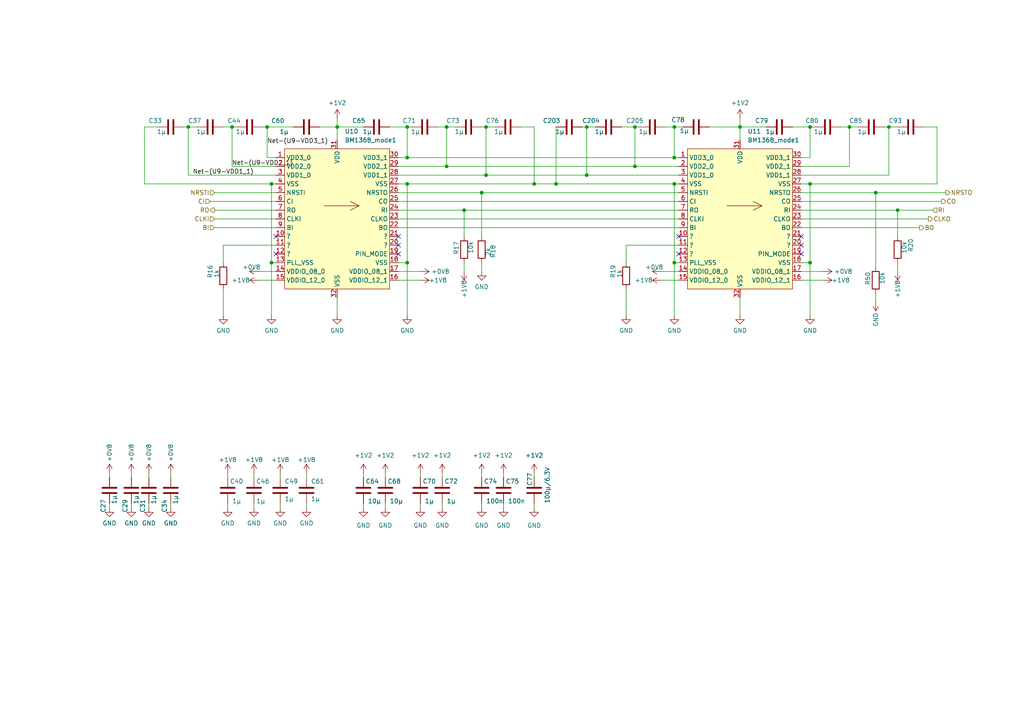
<source format=kicad_sch>
(kicad_sch (version 20231120) (generator "eeschema") (generator_version "8.0")
  (paper "A4")
  (lib_symbols
    (symbol "Device:C" (pin_numbers hide) (pin_names (offset 0.254))
      (property "Reference" "C" (at 0.635 2.54 0))
      (property "Value" "C" (at 0.635 -2.54 0))
      (symbol "C_0_1"
        (polyline (pts (xy -2.032 -0.762) (xy 2.032 -0.762)) (stroke (width 0.508)))
        (polyline (pts (xy -2.032 0.762) (xy 2.032 0.762)) (stroke (width 0.508)))
      )
      (symbol "C_1_1"
        (pin passive line (at 0 3.81 270) (length 2.794) (name "~") (number "1"))
        (pin passive line (at 0 -3.81 90) (length 2.794) (name "~") (number "2"))
      )
    )
    (symbol "Device:R" (pin_numbers hide) (pin_names (offset 0))
      (property "Reference" "R" (at 2.032 0 90))
      (property "Value" "R" (at 0 0 90))
      (symbol "R_0_1"
        (rectangle (start -1.016 -2.54) (end 1.016 2.54) (stroke (width 0.254)))
      )
      (symbol "R_1_1"
        (pin passive line (at 0 3.81 270) (length 1.27) (name "~") (number "1"))
        (pin passive line (at 0 -3.81 90) (length 1.27) (name "~") (number "2"))
      )
    )
    (symbol "GND_7" (power) (pin_names (offset 0))
      (property "Value" "GND_7" (at 0 -3.81 0))
      (symbol "GND_7_0_1"
        (polyline (pts (xy 0 0) (xy 0 -1.27) (xy 1.27 -1.27) (xy 0 -2.54) (xy -1.27 -1.27) (xy 0 -1.27)))
      )
      (symbol "GND_7_1_1"
        (pin power_in line (at 0 0 270) (length 0) hide (name "GND") (number "1"))
      )
    )
    (symbol "mylib7:+0V8" (power) (exclude_from_sim yes) (in_bom no) (on_board no)
      (property "Value" "+0V8" (at 0 3.175 90))
      (symbol "+0V8_0_1"
        (polyline (pts (xy -0.762 1.27) (xy 0 2.54)))
        (polyline (pts (xy 0 0) (xy 0 2.54)))
        (polyline (pts (xy 0 2.54) (xy 0.762 1.27)))
      )
      (symbol "+0V8_1_1"
        (pin power_in line (at 0 0 90) (length 0) hide (name "+0V8") (number "1"))
      )
    )
    (symbol "mylib7:BM1368_mode1"
      (property "Reference" "U4" (at -15.24 21.59 0))
      (property "Value" "BM1368_mode1" (at 1.905 21.59 0))
      (symbol "BM1368_mode1_0_1"
        (rectangle (start -15.24 20.32) (end 15.24 -20.32) (fill (type background)))
        (polyline (pts (xy -3.81 3.81) (xy 6.35 3.81)))
        (polyline (pts (xy 3.81 2.54) (xy 6.35 3.81)))
        (polyline (pts (xy 3.81 5.08) (xy 6.35 3.81)))
      )
      (symbol "BM1368_mode1_1_1"
        (pin power_in line (at -17.78 17.78 0) (length 2.54) (name "VDD3_0") (number "1"))
        (pin unspecified line (at -17.78 -5.08 0) (length 2.54) (name "?") (number "10"))
        (pin unspecified line (at -17.78 -7.62 0) (length 2.54) (name "?") (number "11"))
        (pin unspecified line (at -17.78 -10.16 0) (length 2.54) (name "?") (number "12"))
        (pin power_in line (at -17.78 -12.7 0) (length 2.54) (name "PLL_VSS") (number "13"))
        (pin power_in line (at -17.78 -15.24 0) (length 2.54) (name "VDDIO_08_0") (number "14"))
        (pin power_in line (at -17.78 -17.78 0) (length 2.54) (name "VDDIO_12_0") (number "15"))
        (pin power_in line (at 17.78 -17.78 180) (length 2.54) (name "VDDIO_12_1") (number "16"))
        (pin power_in line (at 17.78 -15.24 180) (length 2.54) (name "VDDIO_08_1") (number "17"))
        (pin power_in line (at 17.78 -12.7 180) (length 2.54) (name "VSS") (number "18"))
        (pin input line (at 17.78 -10.16 180) (length 2.54) (name "PIN_MODE") (number "19"))
        (pin power_in line (at -17.78 15.24 0) (length 2.54) (name "VDD2_0") (number "2"))
        (pin unspecified line (at 17.78 -7.62 180) (length 2.54) (name "?") (number "20"))
        (pin unspecified line (at 17.78 -5.08 180) (length 2.54) (name "?") (number "21"))
        (pin output line (at 17.78 -2.54 180) (length 2.54) (name "BO") (number "22"))
        (pin output line (at 17.78 0 180) (length 2.54) (name "CLKO") (number "23"))
        (pin input line (at 17.78 2.54 180) (length 2.54) (name "RI") (number "24"))
        (pin output line (at 17.78 5.08 180) (length 2.54) (name "CO") (number "25"))
        (pin output line (at 17.78 7.62 180) (length 2.54) (name "NRSTO") (number "26"))
        (pin power_in line (at 17.78 10.16 180) (length 2.54) (name "VSS") (number "27"))
        (pin power_in line (at 17.78 12.7 180) (length 2.54) (name "VDD1_1") (number "28"))
        (pin power_in line (at 17.78 15.24 180) (length 2.54) (name "VDD2_1") (number "29"))
        (pin power_in line (at -17.78 12.7 0) (length 2.54) (name "VDD1_0") (number "3"))
        (pin power_in line (at 17.78 17.78 180) (length 2.54) (name "VDD3_1") (number "30"))
        (pin power_in line (at 0 22.86 270) (length 2.54) (name "VDD") (number "31"))
        (pin power_in line (at 0 -22.86 90) (length 2.54) (name "VSS") (number "32"))
        (pin power_in line (at -17.78 10.16 0) (length 2.54) (name "VSS") (number "4"))
        (pin input line (at -17.78 7.62 0) (length 2.54) (name "NRSTI") (number "5"))
        (pin input line (at -17.78 5.08 0) (length 2.54) (name "CI") (number "6"))
        (pin output line (at -17.78 2.54 0) (length 2.54) (name "RO") (number "7"))
        (pin input line (at -17.78 0 0) (length 2.54) (name "CLKI") (number "8"))
        (pin input line (at -17.78 -2.54 0) (length 2.54) (name "BI") (number "9"))
      )
    )
    (symbol "power:+1V2" (power) (pin_names (offset 0))
      (property "Value" "+1V2" (at 0 3.556 0))
      (symbol "+1V2_0_1"
        (polyline (pts (xy -0.762 1.27) (xy 0 2.54)))
        (polyline (pts (xy 0 0) (xy 0 2.54)))
        (polyline (pts (xy 0 2.54) (xy 0.762 1.27)))
      )
      (symbol "+1V2_1_1"
        (pin power_in line (at 0 0 90) (length 0) hide (name "+1V2") (number "1"))
      )
    )
    (symbol "power:+1V8" (power) (pin_names (offset 0))
      (property "Value" "+1V8" (at 0 3.556 0))
      (symbol "+1V8_0_1"
        (polyline (pts (xy -0.762 1.27) (xy 0 2.54)))
        (polyline (pts (xy 0 0) (xy 0 2.54)))
        (polyline (pts (xy 0 2.54) (xy 0.762 1.27)))
      )
      (symbol "+1V8_1_1"
        (pin power_in line (at 0 0 90) (length 0) hide (name "+1V8") (number "1"))
      )
    )
    (symbol "power:GND" (power) (pin_names (offset 0))
      (property "Value" "GND" (at 0 -3.81 0))
      (symbol "GND_0_1"
        (polyline (pts (xy 0 0) (xy 0 -1.27) (xy 1.27 -1.27) (xy 0 -2.54) (xy -1.27 -1.27) (xy 0 -1.27)))
      )
      (symbol "GND_1_1"
        (pin power_in line (at 0 0 270) (length 0) hide (name "GND") (number "1"))
      )
    )
  )
  (junction (at 118.11 45.72))
  (junction (at 184.15 36.83))
  (junction (at 67.31 36.83))
  (junction (at 118.11 36.83))
  (junction (at 246.38 36.83))
  (junction (at 257.81 36.83))
  (junction (at 78.74 76.2))
  (junction (at 140.97 50.8))
  (junction (at 154.94 53.34))
  (junction (at 195.58 36.83))
  (junction (at 170.18 50.8))
  (junction (at 170.18 36.83))
  (junction (at 139.7 55.88))
  (junction (at 134.62 60.96))
  (junction (at 234.95 53.34))
  (junction (at 234.95 76.2))
  (junction (at 97.79 36.83))
  (junction (at 254 55.88))
  (junction (at 195.58 45.72))
  (junction (at 129.54 36.83))
  (junction (at 184.15 48.26))
  (junction (at 118.11 53.34))
  (junction (at 214.63 36.83))
  (junction (at 77.47 36.83))
  (junction (at 78.74 53.34))
  (junction (at 195.58 76.2))
  (junction (at 118.11 76.2))
  (junction (at 140.97 36.83))
  (junction (at 260.35 60.96))
  (junction (at 234.95 36.83))
  (junction (at 129.54 48.26))
  (junction (at 54.61 36.83))
  (junction (at 161.29 53.34))
  (junction (at 195.58 53.34))
  (no_connect (at 196.85 68.58))
  (no_connect (at 115.57 68.58))
  (no_connect (at 115.57 73.66))
  (no_connect (at 196.85 73.66))
  (no_connect (at 232.41 73.66))
  (no_connect (at 115.57 71.12))
  (no_connect (at 232.41 71.12))
  (no_connect (at 80.01 68.58))
  (no_connect (at 80.01 73.66))
  (no_connect (at 232.41 68.58))
  (wire (pts (xy 115.57 50.8) (xy 140.97 50.8)))
  (wire (pts (xy 139.7 146.05) (xy 139.7 147.32)))
  (wire (pts (xy 260.35 60.96) (xy 260.35 68.58)))
  (wire (pts (xy 271.78 53.34) (xy 271.78 36.83)))
  (wire (pts (xy 196.85 53.34) (xy 195.58 53.34)))
  (wire (pts (xy 170.18 50.8) (xy 196.85 50.8)))
  (wire (pts (xy 154.94 36.83) (xy 151.13 36.83)))
  (wire (pts (xy 234.95 53.34) (xy 234.95 76.2)))
  (wire (pts (xy 246.38 48.26) (xy 246.38 36.83)))
  (wire (pts (xy 74.93 81.28) (xy 80.01 81.28)))
  (wire (pts (xy 234.95 53.34) (xy 271.78 53.34)))
  (wire (pts (xy 170.18 36.83) (xy 170.18 50.8)))
  (wire (pts (xy 181.61 71.12) (xy 196.85 71.12)))
  (wire (pts (xy 214.63 34.29) (xy 214.63 36.83)))
  (wire (pts (xy 88.9 146.05) (xy 88.9 147.32)))
  (wire (pts (xy 121.92 146.05) (xy 121.92 147.32)))
  (wire (pts (xy 234.95 36.83) (xy 236.22 36.83)))
  (wire (pts (xy 191.77 81.28) (xy 196.85 81.28)))
  (wire (pts (xy 260.35 76.2) (xy 260.35 78.74)))
  (wire (pts (xy 232.41 53.34) (xy 234.95 53.34)))
  (wire (pts (xy 134.62 60.96) (xy 196.85 60.96)))
  (wire (pts (xy 254 55.88) (xy 254 77.47)))
  (wire (pts (xy 97.79 34.29) (xy 97.79 36.83)))
  (wire (pts (xy 198.12 36.83) (xy 195.58 36.83)))
  (wire (pts (xy 181.61 83.82) (xy 181.61 91.44)))
  (wire (pts (xy 195.58 76.2) (xy 195.58 91.44)))
  (wire (pts (xy 88.9 138.43) (xy 88.9 137.16)))
  (wire (pts (xy 97.79 86.36) (xy 97.79 91.44)))
  (wire (pts (xy 161.29 53.34) (xy 195.58 53.34)))
  (wire (pts (xy 154.94 53.34) (xy 154.94 36.83)))
  (wire (pts (xy 139.7 36.83) (xy 140.97 36.83)))
  (wire (pts (xy 118.11 53.34) (xy 154.94 53.34)))
  (wire (pts (xy 154.94 53.34) (xy 161.29 53.34)))
  (wire (pts (xy 118.11 76.2) (xy 118.11 91.44)))
  (wire (pts (xy 43.18 137.16) (xy 43.18 138.43)))
  (wire (pts (xy 78.74 76.2) (xy 78.74 91.44)))
  (wire (pts (xy 77.47 36.83) (xy 85.09 36.83)))
  (wire (pts (xy 78.74 53.34) (xy 78.74 76.2)))
  (wire (pts (xy 78.74 53.34) (xy 41.91 53.34)))
  (wire (pts (xy 128.27 146.05) (xy 128.27 147.32)))
  (wire (pts (xy 49.53 137.16) (xy 49.53 138.43)))
  (wire (pts (xy 64.77 71.12) (xy 64.77 76.2)))
  (wire (pts (xy 67.31 36.83) (xy 68.58 36.83)))
  (wire (pts (xy 115.57 66.04) (xy 196.85 66.04)))
  (wire (pts (xy 128.27 137.16) (xy 128.27 138.43)))
  (wire (pts (xy 73.66 137.16) (xy 73.66 138.43)))
  (wire (pts (xy 134.62 60.96) (xy 134.62 68.58)))
  (wire (pts (xy 191.77 78.74) (xy 196.85 78.74)))
  (wire (pts (xy 97.79 36.83) (xy 97.79 40.64)))
  (wire (pts (xy 271.78 36.83) (xy 267.97 36.83)))
  (wire (pts (xy 113.03 36.83) (xy 118.11 36.83)))
  (wire (pts (xy 115.57 45.72) (xy 118.11 45.72)))
  (wire (pts (xy 234.95 45.72) (xy 234.95 36.83)))
  (wire (pts (xy 31.75 137.16) (xy 31.75 138.43)))
  (wire (pts (xy 41.91 53.34) (xy 41.91 36.83)))
  (wire (pts (xy 111.76 146.05) (xy 111.76 147.32)))
  (wire (pts (xy 154.94 137.16) (xy 154.94 138.43)))
  (wire (pts (xy 140.97 50.8) (xy 170.18 50.8)))
  (wire (pts (xy 81.28 138.43) (xy 81.28 137.16)))
  (wire (pts (xy 129.54 48.26) (xy 129.54 36.83)))
  (wire (pts (xy 54.61 36.83) (xy 57.15 36.83)))
  (wire (pts (xy 115.57 78.74) (xy 121.92 78.74)))
  (wire (pts (xy 232.41 76.2) (xy 234.95 76.2)))
  (wire (pts (xy 31.75 146.05) (xy 31.75 147.32)))
  (wire (pts (xy 184.15 36.83) (xy 184.15 48.26)))
  (wire (pts (xy 129.54 48.26) (xy 184.15 48.26)))
  (wire (pts (xy 64.77 71.12) (xy 80.01 71.12)))
  (wire (pts (xy 254 55.88) (xy 274.32 55.88)))
  (wire (pts (xy 269.24 63.5) (xy 232.41 63.5)))
  (wire (pts (xy 38.1 146.05) (xy 38.1 147.32)))
  (wire (pts (xy 115.57 53.34) (xy 118.11 53.34)))
  (wire (pts (xy 54.61 50.8) (xy 54.61 36.83)))
  (wire (pts (xy 115.57 81.28) (xy 121.92 81.28)))
  (wire (pts (xy 38.1 137.16) (xy 38.1 138.43)))
  (wire (pts (xy 257.81 36.83) (xy 260.35 36.83)))
  (wire (pts (xy 181.61 71.12) (xy 181.61 76.2)))
  (wire (pts (xy 161.29 36.83) (xy 161.29 53.34)))
  (wire (pts (xy 77.47 45.72) (xy 80.01 45.72)))
  (wire (pts (xy 195.58 76.2) (xy 196.85 76.2)))
  (wire (pts (xy 256.54 36.83) (xy 257.81 36.83)))
  (wire (pts (xy 232.41 81.28) (xy 238.76 81.28)))
  (wire (pts (xy 180.34 36.83) (xy 184.15 36.83)))
  (wire (pts (xy 232.41 66.04) (xy 266.7 66.04)))
  (wire (pts (xy 146.05 137.16) (xy 146.05 138.43)))
  (wire (pts (xy 64.77 83.82) (xy 64.77 91.44)))
  (wire (pts (xy 214.63 36.83) (xy 222.25 36.83)))
  (wire (pts (xy 62.23 63.5) (xy 80.01 63.5)))
  (wire (pts (xy 195.58 45.72) (xy 196.85 45.72)))
  (wire (pts (xy 140.97 36.83) (xy 143.51 36.83)))
  (wire (pts (xy 41.91 36.83) (xy 45.72 36.83)))
  (wire (pts (xy 195.58 53.34) (xy 195.58 76.2)))
  (wire (pts (xy 115.57 58.42) (xy 196.85 58.42)))
  (wire (pts (xy 127 36.83) (xy 129.54 36.83)))
  (wire (pts (xy 232.41 48.26) (xy 246.38 48.26)))
  (wire (pts (xy 67.31 48.26) (xy 67.31 36.83)))
  (wire (pts (xy 115.57 48.26) (xy 129.54 48.26)))
  (wire (pts (xy 168.91 36.83) (xy 170.18 36.83)))
  (wire (pts (xy 115.57 60.96) (xy 134.62 60.96)))
  (wire (pts (xy 139.7 76.2) (xy 139.7 78.74)))
  (wire (pts (xy 74.93 78.74) (xy 80.01 78.74)))
  (wire (pts (xy 43.18 146.05) (xy 43.18 147.32)))
  (wire (pts (xy 232.41 45.72) (xy 234.95 45.72)))
  (wire (pts (xy 205.74 36.83) (xy 214.63 36.83)))
  (wire (pts (xy 111.76 137.16) (xy 111.76 138.43)))
  (wire (pts (xy 62.23 66.04) (xy 80.01 66.04)))
  (wire (pts (xy 118.11 36.83) (xy 119.38 36.83)))
  (wire (pts (xy 64.77 36.83) (xy 67.31 36.83)))
  (wire (pts (xy 118.11 45.72) (xy 195.58 45.72)))
  (wire (pts (xy 214.63 86.36) (xy 214.63 91.44)))
  (wire (pts (xy 195.58 36.83) (xy 195.58 45.72)))
  (wire (pts (xy 254 85.09) (xy 254 87.63)))
  (wire (pts (xy 170.18 36.83) (xy 172.72 36.83)))
  (wire (pts (xy 105.41 137.16) (xy 105.41 138.43)))
  (wire (pts (xy 67.31 48.26) (xy 80.01 48.26)))
  (wire (pts (xy 232.41 78.74) (xy 238.76 78.74)))
  (wire (pts (xy 92.71 36.83) (xy 97.79 36.83)))
  (wire (pts (xy 115.57 63.5) (xy 196.85 63.5)))
  (wire (pts (xy 62.23 60.96) (xy 80.01 60.96)))
  (wire (pts (xy 105.41 146.05) (xy 105.41 147.32)))
  (wire (pts (xy 140.97 50.8) (xy 140.97 36.83)))
  (wire (pts (xy 229.87 36.83) (xy 234.95 36.83)))
  (wire (pts (xy 73.66 146.05) (xy 73.66 147.32)))
  (wire (pts (xy 243.84 36.83) (xy 246.38 36.83)))
  (wire (pts (xy 134.62 76.2) (xy 134.62 78.74)))
  (wire (pts (xy 139.7 55.88) (xy 196.85 55.88)))
  (wire (pts (xy 234.95 76.2) (xy 234.95 91.44)))
  (wire (pts (xy 129.54 36.83) (xy 132.08 36.83)))
  (wire (pts (xy 53.34 36.83) (xy 54.61 36.83)))
  (wire (pts (xy 49.53 146.05) (xy 49.53 147.32)))
  (wire (pts (xy 214.63 36.83) (xy 214.63 40.64)))
  (wire (pts (xy 139.7 55.88) (xy 139.7 68.58)))
  (wire (pts (xy 78.74 76.2) (xy 80.01 76.2)))
  (wire (pts (xy 118.11 45.72) (xy 118.11 36.83)))
  (wire (pts (xy 232.41 60.96) (xy 260.35 60.96)))
  (wire (pts (xy 54.61 50.8) (xy 80.01 50.8)))
  (wire (pts (xy 273.05 58.42) (xy 232.41 58.42)))
  (wire (pts (xy 66.04 146.05) (xy 66.04 147.32)))
  (wire (pts (xy 115.57 55.88) (xy 139.7 55.88)))
  (wire (pts (xy 184.15 36.83) (xy 185.42 36.83)))
  (wire (pts (xy 81.28 146.05) (xy 81.28 147.32)))
  (wire (pts (xy 257.81 50.8) (xy 257.81 36.83)))
  (wire (pts (xy 232.41 55.88) (xy 254 55.88)))
  (wire (pts (xy 60.96 58.42) (xy 80.01 58.42)))
  (wire (pts (xy 139.7 137.16) (xy 139.7 138.43)))
  (wire (pts (xy 76.2 36.83) (xy 77.47 36.83)))
  (wire (pts (xy 115.57 76.2) (xy 118.11 76.2)))
  (wire (pts (xy 193.04 36.83) (xy 195.58 36.83)))
  (wire (pts (xy 121.92 137.16) (xy 121.92 138.43)))
  (wire (pts (xy 146.05 146.05) (xy 146.05 147.32)))
  (wire (pts (xy 232.41 50.8) (xy 257.81 50.8)))
  (wire (pts (xy 118.11 53.34) (xy 118.11 76.2)))
  (wire (pts (xy 184.15 48.26) (xy 196.85 48.26)))
  (wire (pts (xy 246.38 36.83) (xy 248.92 36.83)))
  (wire (pts (xy 260.35 60.96) (xy 270.51 60.96)))
  (wire (pts (xy 97.79 36.83) (xy 105.41 36.83)))
  (wire (pts (xy 66.04 137.16) (xy 66.04 138.43)))
  (wire (pts (xy 77.47 36.83) (xy 77.47 45.72)))
  (wire (pts (xy 80.01 53.34) (xy 78.74 53.34)))
  (wire (pts (xy 62.23 55.88) (xy 80.01 55.88)))
  (wire (pts (xy 154.94 146.05) (xy 154.94 147.32)))
  (label "Net-(U9-VDD3_1)" (at 77.47 41.91 0))
  (label "Net-(U9-VDD2_1)" (at 67.31 48.26 0))
  (label "Net-(U9-VDD1_1)" (at 55.88 50.8 0))
  (hierarchical_label "NRSTO" (shape output) (at 274.32 55.88 0))
  (hierarchical_label "RI" (shape input) (at 270.51 60.96 0))
  (hierarchical_label "BI" (shape input) (at 62.23 66.04 180))
  (hierarchical_label "CLKO" (shape output) (at 269.24 63.5 0))
  (hierarchical_label "CI" (shape input) (at 60.96 58.42 180))
  (hierarchical_label "BO" (shape output) (at 266.7 66.04 0))
  (hierarchical_label "CO" (shape output) (at 273.05 58.42 0))
  (hierarchical_label "RO" (shape output) (at 62.23 60.96 180))
  (hierarchical_label "NRSTI" (shape input) (at 62.23 55.88 180))
  (hierarchical_label "CLKI" (shape input) (at 62.23 63.5 180))
  (symbol (lib_id "power:+1V2") (at 139.7 137.16 0) (unit 1)
    (property "Reference" "#PWR0129" (effects (hide yes)))
    (property "Value" "+1V2" (at 139.7 132.08 0))
  )
  (symbol (lib_id "Device:C") (at 123.19 36.83 90) (unit 1)
    (property "Reference" "C71" (at 120.65 34.29 90) (effects (justify left bottom)))
    (property "Value" "1µ" (at 121.92 37.465 90) (effects (justify left bottom)))
    (property "Footprint" "Capacitor_SMD:C_0805_2012Metric" (effects (hide yes)))
  )
  (symbol (lib_id "power:GND") (at 64.77 91.44 0) (mirror y) (unit 1)
    (property "Reference" "#PWR065" (effects (hide yes)))
    (property "Value" "GND" (at 64.77 95.885 0))
  )
  (symbol (lib_id "Device:C") (at 121.92 142.24 0) (unit 1)
    (property "Reference" "C70" (at 122.555 140.335 0) (effects (justify left bottom)))
    (property "Value" "1µ" (at 123.19 146.05 0) (effects (justify left bottom)))
    (property "Footprint" "Capacitor_SMD:C_0805_2012Metric" (effects (hide yes)))
  )
  (symbol (lib_id "power:+1V8") (at 88.9 137.16 0) (unit 1)
    (property "Reference" "#PWR080" (effects (hide yes)))
    (property "Value" "+1V8" (at 88.9 133.35 0))
  )
  (symbol (lib_id "power:+1V8") (at 81.28 137.16 0) (unit 1)
    (property "Reference" "#PWR078" (effects (hide yes)))
    (property "Value" "+1V8" (at 81.28 133.35 0))
  )
  (symbol (lib_id "Device:C") (at 165.1 36.83 90) (unit 1)
    (property "Reference" "C203" (at 162.56 34.29 90) (effects (justify left bottom)))
    (property "Value" "1µ" (at 163.83 37.465 90) (effects (justify left bottom)))
    (property "Footprint" "Capacitor_SMD:C_0805_2012Metric" (effects (hide yes)))
  )
  (symbol (lib_id "Device:C") (at 264.16 36.83 90) (unit 1)
    (property "Reference" "C93" (at 261.62 34.29 90) (effects (justify left bottom)))
    (property "Value" "1µ" (at 262.89 37.465 90) (effects (justify left bottom)))
    (property "Footprint" "Capacitor_SMD:C_0805_2012Metric" (effects (hide yes)))
  )
  (symbol (lib_id "power:GND") (at 139.7 78.74 0) (mirror y) (unit 1)
    (property "Reference" "#PWR0128" (effects (hide yes)))
    (property "Value" "GND" (at 139.7 83.185 0))
  )
  (symbol (lib_id "power:+1V8") (at 134.62 78.74 180) (unit 1)
    (property "Reference" "#PWR0127" (effects (hide yes)))
    (property "Value" "+1V8" (at 134.62 83.82 90))
  )
  (symbol (lib_id "Device:C") (at 66.04 142.24 0) (unit 1)
    (property "Reference" "C40" (at 66.675 140.335 0) (effects (justify left bottom)))
    (property "Value" "1µ" (at 67.31 146.05 0) (effects (justify left bottom)))
    (property "Footprint" "Capacitor_SMD:C_0805_2012Metric" (effects (hide yes)))
  )
  (symbol (lib_id "power:+1V8") (at 73.66 137.16 0) (unit 1)
    (property "Reference" "#PWR069" (effects (hide yes)))
    (property "Value" "+1V8" (at 73.66 133.35 0))
  )
  (symbol (lib_id "mylib7:+0V8") (at 38.1 137.16 0) (unit 1)
    (property "Reference" "#U07" (effects (hide yes)))
    (property "Value" "+0V8" (at 38.1 133.985 90) (effects (justify left)))
    (property "Distributor" "-" (effects (hide yes)))
  )
  (symbol (lib_id "Device:C") (at 88.9 142.24 0) (unit 1)
    (property "Reference" "C61" (at 90.17 140.335 0) (effects (justify left bottom)))
    (property "Value" "1µ" (at 90.17 145.415 0) (effects (justify left bottom)))
    (property "Footprint" "Capacitor_SMD:C_0805_2012Metric" (effects (hide yes)))
  )
  (symbol (lib_id "power:+1V2") (at 214.63 34.29 0) (unit 1)
    (property "Reference" "#PWR0138" (effects (hide yes)))
    (property "Value" "+1V2" (at 214.63 29.845 0))
  )
  (symbol (lib_id "power:+1V2") (at 128.27 137.16 0) (unit 1)
    (property "Reference" "#PWR0116" (effects (hide yes)))
    (property "Value" "+1V2" (at 128.27 132.08 0))
  )
  (symbol (lib_id "Device:C") (at 109.22 36.83 90) (unit 1)
    (property "Reference" "C65" (at 106.045 34.29 90) (effects (justify left bottom)))
    (property "Value" "1µ" (at 107.95 37.465 90) (effects (justify left bottom)))
    (property "Footprint" "Capacitor_SMD:C_0805_2012Metric" (effects (hide yes)))
  )
  (symbol (lib_id "power:+1V8") (at 121.92 81.28 270) (unit 1)
    (property "Reference" "#PWR0113" (effects (hide yes)))
    (property "Value" "+1V8" (at 127 81.28 90))
  )
  (symbol (lib_id "power:GND") (at 195.58 91.44 0) (mirror y) (unit 1)
    (property "Reference" "#PWR0137" (effects (hide yes)))
    (property "Value" "GND" (at 195.58 95.885 0))
  )
  (symbol (lib_id "mylib7:BM1368_mode1") (at 214.63 63.5 0) (unit 1)
    (property "Reference" "U11" (at 216.8241 38.1 0) (effects (justify left)))
    (property "Value" "BM1368_mode1" (at 216.8241 40.64 0) (effects (justify left)))
    (property "Footprint" "myfootprints:bm1368-package-modified" (effects (hide yes)))
    (property "Distributor" "X" (effects (hide yes)))
  )
  (symbol (lib_id "Device:R") (at 260.35 72.39 0) (unit 1)
    (property "Reference" "R20" (at 264.16 71.12 90))
    (property "Value" "10k" (at 262.255 71.755 90))
    (property "Footprint" "Resistor_SMD:R_0805_2012Metric" (effects (hide yes)))
  )
  (symbol (lib_name "GND_7") (lib_id "power:GND") (at 121.92 147.32 0) (unit 1)
    (property "Reference" "#PWR0115" (effects (hide yes)))
    (property "Value" "GND" (at 121.92 152.4 0))
  )
  (symbol (lib_id "power:GND") (at 78.74 91.44 0) (mirror y) (unit 1)
    (property "Reference" "#PWR074" (effects (hide yes)))
    (property "Value" "GND" (at 78.74 95.885 0))
  )
  (symbol (lib_id "Device:C") (at 240.03 36.83 90) (unit 1)
    (property "Reference" "C80" (at 237.49 34.29 90) (effects (justify left bottom)))
    (property "Value" "1µ" (at 238.76 37.465 90) (effects (justify left bottom)))
    (property "Footprint" "Capacitor_SMD:C_0805_2012Metric" (effects (hide yes)))
  )
  (symbol (lib_id "mylib7:+0V8") (at 74.93 78.74 90) (unit 1)
    (property "Reference" "#U014" (effects (hide yes)))
    (property "Value" "+0V8" (at 75.565 77.47 90) (effects (justify left)))
    (property "Distributor" "-" (effects (hide yes)))
  )
  (symbol (lib_id "power:+1V8") (at 74.93 81.28 90) (unit 1)
    (property "Reference" "#PWR071" (effects (hide yes)))
    (property "Value" "+1V8" (at 69.85 81.28 90))
  )
  (symbol (lib_id "power:+1V2") (at 105.41 137.16 0) (unit 1)
    (property "Reference" "#PWR0104" (effects (hide yes)))
    (property "Value" "+1V2" (at 105.41 132.08 0))
  )
  (symbol (lib_id "power:GND") (at 43.18 147.32 0) (mirror y) (unit 1)
    (property "Reference" "#PWR062" (effects (hide yes)))
    (property "Value" "GND" (at 43.18 151.765 0))
  )
  (symbol (lib_id "Device:C") (at 73.66 142.24 0) (unit 1)
    (property "Reference" "C46" (at 74.295 140.335 0) (effects (justify left bottom)))
    (property "Value" "1µ" (at 74.295 146.05 0) (effects (justify left bottom)))
    (property "Footprint" "Capacitor_SMD:C_0805_2012Metric" (effects (hide yes)))
  )
  (symbol (lib_id "power:+1V2") (at 121.92 137.16 0) (unit 1)
    (property "Reference" "#PWR0114" (effects (hide yes)))
    (property "Value" "+1V2" (at 121.92 132.08 0))
  )
  (symbol (lib_id "power:GND") (at 73.66 147.32 0) (mirror y) (unit 1)
    (property "Reference" "#PWR070" (effects (hide yes)))
    (property "Value" "GND" (at 73.66 151.765 0))
  )
  (symbol (lib_id "power:+1V2") (at 154.94 137.16 0) (unit 1)
    (property "Reference" "#PWR0134" (effects (hide yes)))
    (property "Value" "+1V2" (at 154.94 132.08 0))
  )
  (symbol (lib_id "Device:C") (at 176.53 36.83 90) (unit 1)
    (property "Reference" "C204" (at 173.99 34.29 90) (effects (justify left bottom)))
    (property "Value" "1µ" (at 175.26 37.465 90) (effects (justify left bottom)))
    (property "Footprint" "Capacitor_SMD:C_0805_2012Metric" (effects (hide yes)))
  )
  (symbol (lib_id "power:+1V2") (at 97.79 34.29 0) (unit 1)
    (property "Reference" "#PWR086" (effects (hide yes)))
    (property "Value" "+1V2" (at 97.79 29.845 0))
  )
  (symbol (lib_name "GND_7") (lib_id "power:GND") (at 105.41 147.32 0) (unit 1)
    (property "Reference" "#PWR0105" (effects (hide yes)))
    (property "Value" "GND" (at 105.41 152.4 0))
  )
  (symbol (lib_id "Device:C") (at 135.89 36.83 90) (unit 1)
    (property "Reference" "C73" (at 133.35 34.29 90) (effects (justify left bottom)))
    (property "Value" "1µ" (at 134.62 37.465 90) (effects (justify left bottom)))
    (property "Footprint" "Capacitor_SMD:C_0805_2012Metric" (effects (hide yes)))
  )
  (symbol (lib_name "GND_7") (lib_id "power:GND") (at 146.05 147.32 0) (unit 1)
    (property "Reference" "#PWR0133" (effects (hide yes)))
    (property "Value" "GND" (at 146.05 152.4 0))
  )
  (symbol (lib_id "mylib7:BM1368_mode1") (at 97.79 63.5 0) (unit 1)
    (property "Reference" "U10" (at 99.9841 38.1 0) (effects (justify left)))
    (property "Value" "BM1368_mode1" (at 99.9841 40.64 0) (effects (justify left)))
    (property "Footprint" "myfootprints:bm1368-package-modified" (effects (hide yes)))
    (property "Distributor" "X" (effects (hide yes)))
  )
  (symbol (lib_id "Device:C") (at 189.23 36.83 90) (unit 1)
    (property "Reference" "C205" (at 186.69 34.29 90) (effects (justify left bottom)))
    (property "Value" "1µ" (at 187.96 37.465 90) (effects (justify left bottom)))
    (property "Footprint" "Capacitor_SMD:C_0805_2012Metric" (effects (hide yes)))
  )
  (symbol (lib_id "power:GND") (at 81.28 147.32 0) (mirror y) (unit 1)
    (property "Reference" "#PWR079" (effects (hide yes)))
    (property "Value" "GND" (at 81.28 151.765 0))
  )
  (symbol (lib_id "Device:C") (at 43.18 142.24 180) (unit 1)
    (property "Reference" "C31" (at 40.64 144.78 90) (effects (justify left bottom)))
    (property "Value" "1µ" (at 43.815 143.51 90) (effects (justify left bottom)))
    (property "Footprint" "Capacitor_SMD:C_0805_2012Metric" (effects (hide yes)))
  )
  (symbol (lib_id "Device:C") (at 49.53 36.83 90) (unit 1)
    (property "Reference" "C33" (at 46.99 34.29 90) (effects (justify left bottom)))
    (property "Value" "1µ" (at 48.26 37.465 90) (effects (justify left bottom)))
    (property "Footprint" "Capacitor_SMD:C_0805_2012Metric" (effects (hide yes)))
  )
  (symbol (lib_id "mylib7:+0V8") (at 191.77 78.74 90) (unit 1)
    (property "Reference" "#U016" (effects (hide yes)))
    (property "Value" "+0V8" (at 192.405 77.47 90) (effects (justify left)))
    (property "Distributor" "-" (effects (hide yes)))
  )
  (symbol (lib_id "power:+1V8") (at 260.35 78.74 180) (unit 1)
    (property "Reference" "#PWR0158" (effects (hide yes)))
    (property "Value" "+1V8" (at 260.35 83.82 90))
  )
  (symbol (lib_id "Device:C") (at 111.76 142.24 0) (unit 1)
    (property "Reference" "C68" (at 112.395 140.335 0) (effects (justify left bottom)))
    (property "Value" "10µ" (at 113.03 146.05 0) (effects (justify left bottom)))
    (property "Footprint" "Capacitor_SMD:C_0805_2012Metric" (effects (hide yes)))
    (property "Distributor" "D" (effects (hide yes)))
    (property "Manufacturer" "C2012X5R1E106K125AB" (effects (hide yes)))
    (property "OrderNr" "445-5984-1-ND" (effects (hide yes)))
  )
  (symbol (lib_id "power:+1V8") (at 191.77 81.28 90) (unit 1)
    (property "Reference" "#PWR0136" (effects (hide yes)))
    (property "Value" "+1V8" (at 186.69 81.28 90))
  )
  (symbol (lib_id "mylib7:+0V8") (at 43.18 137.16 0) (unit 1)
    (property "Reference" "#U08" (effects (hide yes)))
    (property "Value" "+0V8" (at 43.18 133.985 90) (effects (justify left)))
    (property "Distributor" "-" (effects (hide yes)))
  )
  (symbol (lib_id "Device:C") (at 201.93 36.83 90) (unit 1)
    (property "Reference" "C78" (at 198.628 34.036 90) (effects (justify left bottom)))
    (property "Value" "1µ" (at 199.898 37.211 90) (effects (justify left bottom)))
    (property "Footprint" "Capacitor_SMD:C_0805_2012Metric" (effects (hide yes)))
  )
  (symbol (lib_id "Device:R") (at 254 81.28 0) (unit 1)
    (property "Reference" "R50" (at 251.714 80.772 90))
    (property "Value" "10k" (at 255.905 80.645 90))
    (property "Footprint" "Resistor_SMD:R_0805_2012Metric" (effects (hide yes)))
  )
  (symbol (lib_id "Device:C") (at 60.96 36.83 90) (unit 1)
    (property "Reference" "C37" (at 58.42 34.29 90) (effects (justify left bottom)))
    (property "Value" "1µ" (at 59.69 37.465 90) (effects (justify left bottom)))
    (property "Footprint" "Capacitor_SMD:C_0805_2012Metric" (effects (hide yes)))
  )
  (symbol (lib_id "Device:C") (at 147.32 36.83 90) (unit 1)
    (property "Reference" "C76" (at 144.78 34.29 90) (effects (justify left bottom)))
    (property "Value" "1µ" (at 146.05 37.465 90) (effects (justify left bottom)))
    (property "Footprint" "Capacitor_SMD:C_0805_2012Metric" (effects (hide yes)))
  )
  (symbol (lib_id "power:GND") (at 31.75 147.32 0) (mirror y) (unit 1)
    (property "Reference" "#PWR057" (effects (hide yes)))
    (property "Value" "GND" (at 31.75 151.765 0))
  )
  (symbol (lib_name "GND_7") (lib_id "power:GND") (at 128.27 147.32 0) (unit 1)
    (property "Reference" "#PWR0126" (effects (hide yes)))
    (property "Value" "GND" (at 128.27 152.4 0))
  )
  (symbol (lib_id "mylib7:+0V8") (at 31.75 137.16 0) (unit 1)
    (property "Reference" "#U06" (effects (hide yes)))
    (property "Value" "+0V8" (at 31.75 133.985 90) (effects (justify left)))
    (property "Distributor" "-" (effects (hide yes)))
  )
  (symbol (lib_id "Device:R") (at 64.77 80.01 0) (mirror y) (unit 1)
    (property "Reference" "R16" (at 60.96 78.74 90))
    (property "Value" "1k" (at 62.865 79.375 90))
    (property "Footprint" "Resistor_SMD:R_0805_2012Metric" (effects (hide yes)))
  )
  (symbol (lib_id "mylib7:+0V8") (at 121.92 78.74 270) (unit 1)
    (property "Reference" "#U015" (effects (hide yes)))
    (property "Value" "+0V8" (at 125.095 78.74 90) (effects (justify left)))
    (property "Distributor" "-" (effects (hide yes)))
  )
  (symbol (lib_id "Device:C") (at 31.75 142.24 180) (unit 1)
    (property "Reference" "C27" (at 29.21 144.78 90) (effects (justify left bottom)))
    (property "Value" "1µ" (at 32.385 143.51 90) (effects (justify left bottom)))
    (property "Footprint" "Capacitor_SMD:C_0805_2012Metric" (effects (hide yes)))
  )
  (symbol (lib_id "Device:C") (at 38.1 142.24 180) (unit 1)
    (property "Reference" "C29" (at 35.56 144.78 90) (effects (justify left bottom)))
    (property "Value" "1µ" (at 38.735 143.51 90) (effects (justify left bottom)))
    (property "Footprint" "Capacitor_SMD:C_0805_2012Metric" (effects (hide yes)))
  )
  (symbol (lib_id "power:GND") (at 118.11 91.44 0) (mirror y) (unit 1)
    (property "Reference" "#PWR0112" (effects (hide yes)))
    (property "Value" "GND" (at 118.11 95.885 0))
  )
  (symbol (lib_id "power:GND") (at 214.63 91.44 0) (mirror y) (unit 1)
    (property "Reference" "#PWR0139" (effects (hide yes)))
    (property "Value" "GND" (at 214.63 95.885 0))
  )
  (symbol (lib_id "Device:C") (at 146.05 142.24 0) (unit 1)
    (property "Reference" "C75" (at 146.685 140.335 0) (effects (justify left bottom)))
    (property "Value" "100n" (at 147.32 146.05 0) (effects (justify left bottom)))
    (property "Footprint" "Capacitor_SMD:C_0805_2012Metric" (effects (hide yes)))
  )
  (symbol (lib_id "Device:C") (at 49.53 142.24 180) (unit 1)
    (property "Reference" "C34" (at 46.99 144.78 90) (effects (justify left bottom)))
    (property "Value" "1µ" (at 50.165 143.51 90) (effects (justify left bottom)))
    (property "Footprint" "Capacitor_SMD:C_0805_2012Metric" (effects (hide yes)))
  )
  (symbol (lib_name "GND_7") (lib_id "power:GND") (at 111.76 147.32 0) (unit 1)
    (property "Reference" "#PWR0111" (effects (hide yes)))
    (property "Value" "GND" (at 111.76 152.4 0))
  )
  (symbol (lib_id "power:GND") (at 66.04 147.32 0) (mirror y) (unit 1)
    (property "Reference" "#PWR068" (effects (hide yes)))
    (property "Value" "GND" (at 66.04 151.765 0))
  )
  (symbol (lib_id "power:+1V8") (at 66.04 137.16 0) (unit 1)
    (property "Reference" "#PWR066" (effects (hide yes)))
    (property "Value" "+1V8" (at 66.04 133.35 0))
  )
  (symbol (lib_id "Device:R") (at 181.61 80.01 0) (mirror y) (unit 1)
    (property "Reference" "R19" (at 177.8 78.74 90))
    (property "Value" "1k" (at 179.705 79.375 90))
    (property "Footprint" "Resistor_SMD:R_0805_2012Metric" (effects (hide yes)))
  )
  (symbol (lib_id "Device:C") (at 88.9 36.83 90) (unit 1)
    (property "Reference" "C60" (at 82.55 34.29 90) (effects (justify left bottom)))
    (property "Value" "1µ" (at 83.82 37.465 90) (effects (justify left bottom)))
    (property "Footprint" "Capacitor_SMD:C_0805_2012Metric" (effects (hide yes)))
  )
  (symbol (lib_id "power:GND") (at 97.79 91.44 0) (mirror y) (unit 1)
    (property "Reference" "#PWR0103" (effects (hide yes)))
    (property "Value" "GND" (at 97.79 95.885 0))
  )
  (symbol (lib_id "Device:R") (at 134.62 72.39 0) (unit 1)
    (property "Reference" "R17" (at 132.334 71.882 90))
    (property "Value" "10k" (at 136.525 71.755 90))
    (property "Footprint" "Resistor_SMD:R_0805_2012Metric" (effects (hide yes)))
  )
  (symbol (lib_id "power:GND") (at 49.53 147.32 0) (mirror y) (unit 1)
    (property "Reference" "#PWR063" (effects (hide yes)))
    (property "Value" "GND" (at 49.53 151.765 0))
  )
  (symbol (lib_id "Device:C") (at 128.27 142.24 0) (unit 1)
    (property "Reference" "C72" (at 128.905 140.335 0) (effects (justify left bottom)))
    (property "Value" "1µ" (at 129.54 146.05 0) (effects (justify left bottom)))
    (property "Footprint" "Capacitor_SMD:C_0805_2012Metric" (effects (hide yes)))
  )
  (symbol (lib_id "power:GND") (at 38.1 147.32 0) (mirror y) (unit 1)
    (property "Reference" "#PWR058" (effects (hide yes)))
    (property "Value" "GND" (at 38.1 151.765 0))
  )
  (symbol (lib_id "Device:C") (at 226.06 36.83 90) (unit 1)
    (property "Reference" "C79" (at 222.885 34.29 90) (effects (justify left bottom)))
    (property "Value" "1µ" (at 224.79 37.465 90) (effects (justify left bottom)))
    (property "Footprint" "Capacitor_SMD:C_0805_2012Metric" (effects (hide yes)))
  )
  (symbol (lib_id "Device:C") (at 154.94 142.24 0) (unit 1)
    (property "Reference" "C77" (at 153.67 140.97 90) (effects (justify left)))
    (property "Value" "100µ/6.3V" (at 158.75 146.05 90) (effects (justify left)))
    (property "Footprint" "Capacitor_SMD:C_1210_3225Metric" (effects (hide yes)))
    (property "Distributor" "D" (effects (hide yes)))
    (property "Manufacturer" "C1210C107M8PAC7800" (effects (hide yes)))
    (property "OrderNr" "399-C1210C107M8PAC7800CT-ND" (effects (hide yes)))
  )
  (symbol (lib_id "Device:C") (at 252.73 36.83 90) (unit 1)
    (property "Reference" "C85" (at 250.19 34.29 90) (effects (justify left bottom)))
    (property "Value" "1µ" (at 251.46 37.465 90) (effects (justify left bottom)))
    (property "Footprint" "Capacitor_SMD:C_0805_2012Metric" (effects (hide yes)))
  )
  (symbol (lib_id "power:GND") (at 234.95 91.44 0) (mirror y) (unit 1)
    (property "Reference" "#PWR0140" (effects (hide yes)))
    (property "Value" "GND" (at 234.95 95.885 0))
  )
  (symbol (lib_id "mylib7:+0V8") (at 238.76 78.74 270) (unit 1)
    (property "Reference" "#U017" (effects (hide yes)))
    (property "Value" "+0V8" (at 241.935 78.74 90) (effects (justify left)))
    (property "Distributor" "-" (effects (hide yes)))
  )
  (symbol (lib_id "power:+1V2") (at 146.05 137.16 0) (unit 1)
    (property "Reference" "#PWR0132" (effects (hide yes)))
    (property "Value" "+1V2" (at 146.05 132.08 0))
  )
  (symbol (lib_id "power:GND") (at 154.94 147.32 0) (mirror y) (unit 1)
    (property "Reference" "#PWR0135" (effects (hide yes)))
    (property "Value" "GND" (at 154.94 152.4 0))
  )
  (symbol (lib_id "Device:C") (at 105.41 142.24 0) (unit 1)
    (property "Reference" "C64" (at 106.045 140.335 0) (effects (justify left bottom)))
    (property "Value" "10µ" (at 106.68 146.05 0) (effects (justify left bottom)))
    (property "Footprint" "Capacitor_SMD:C_0805_2012Metric" (effects (hide yes)))
    (property "Distributor" "D" (effects (hide yes)))
    (property "Manufacturer" "C2012X5R1E106K125AB" (effects (hide yes)))
    (property "OrderNr" "445-5984-1-ND" (effects (hide yes)))
  )
  (symbol (lib_id "mylib7:+0V8") (at 49.53 137.16 0) (unit 1)
    (property "Reference" "#U09" (effects (hide yes)))
    (property "Value" "+0V8" (at 49.53 133.985 90) (effects (justify left)))
    (property "Distributor" "-" (effects (hide yes)))
  )
  (symbol (lib_id "power:+1V8") (at 238.76 81.28 270) (unit 1)
    (property "Reference" "#PWR0157" (effects (hide yes)))
    (property "Value" "+1V8" (at 243.84 81.28 90))
  )
  (symbol (lib_id "power:GND") (at 181.61 91.44 0) (mirror y) (unit 1)
    (property "Reference" "#PWR0131" (effects (hide yes)))
    (property "Value" "GND" (at 181.61 95.885 0))
  )
  (symbol (lib_id "Device:C") (at 139.7 142.24 0) (unit 1)
    (property "Reference" "C74" (at 140.335 140.335 0) (effects (justify left bottom)))
    (property "Value" "100n" (at 140.97 146.05 0) (effects (justify left bottom)))
    (property "Footprint" "Capacitor_SMD:C_0805_2012Metric" (effects (hide yes)))
  )
  (symbol (lib_id "power:+1V2") (at 111.76 137.16 0) (unit 1)
    (property "Reference" "#PWR0106" (effects (hide yes)))
    (property "Value" "+1V2" (at 111.76 132.08 0))
  )
  (symbol (lib_id "power:+1V8") (at 254 87.63 180) (unit 1)
    (property "Reference" "#PWR0364" (effects (hide yes)))
    (property "Value" "GND" (at 254 92.71 90))
  )
  (symbol (lib_id "Device:C") (at 72.39 36.83 90) (unit 1)
    (property "Reference" "C44" (at 69.85 34.29 90) (effects (justify left bottom)))
    (property "Value" "1µ" (at 71.12 37.465 90) (effects (justify left bottom)))
    (property "Footprint" "Capacitor_SMD:C_0805_2012Metric" (effects (hide yes)))
  )
  (symbol (lib_name "GND_7") (lib_id "power:GND") (at 139.7 147.32 0) (unit 1)
    (property "Reference" "#PWR0130" (effects (hide yes)))
    (property "Value" "GND" (at 139.7 152.4 0))
  )
  (symbol (lib_id "power:GND") (at 88.9 147.32 0) (mirror y) (unit 1)
    (property "Reference" "#PWR085" (effects (hide yes)))
    (property "Value" "GND" (at 88.9 151.765 0))
  )
  (symbol (lib_id "Device:C") (at 81.28 142.24 0) (unit 1)
    (property "Reference" "C49" (at 82.55 140.335 0) (effects (justify left bottom)))
    (property "Value" "1µ" (at 82.55 145.415 0) (effects (justify left bottom)))
    (property "Footprint" "Capacitor_SMD:C_0805_2012Metric" (effects (hide yes)))
  )
  (symbol (lib_id "Device:R") (at 139.7 72.39 0) (mirror x) (unit 1)
    (property "Reference" "R18" (at 143.002 72.898 90))
    (property "Value" "2k" (at 141.605 73.025 90))
    (property "Footprint" "Resistor_SMD:R_0805_2012Metric" (effects (hide yes)))
  )
)
</source>
